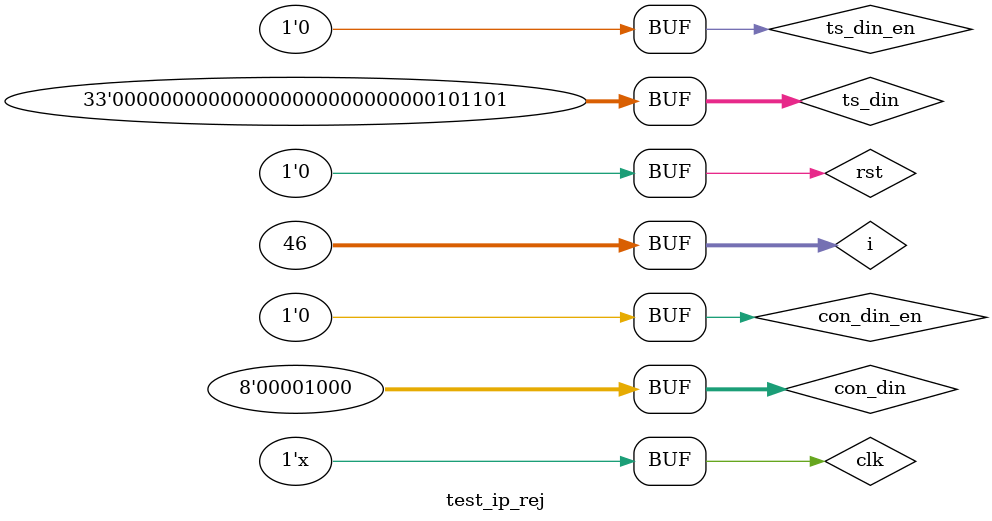
<source format=v>
`timescale 1ns / 1ps


module test_ip_rej;

	// Inputs
	reg clk;
	reg rst;
	reg [32:0] ts_din;
	reg ts_din_en;
	reg [7:0] con_din;
	reg con_din_en;

	// Outputs
	wire [32:0] ts_dout;
	wire ts_dout_en;

	// Instantiate the Unit Under Test (UUT)
	mux_ip_rej uut (
		.clk(clk), 
		.rst(rst), 
		.ts_din(ts_din), 
		.ts_din_en(ts_din_en), 
		.con_din(con_din), 
		.con_din_en(con_din_en), 
		.ts_dout(ts_dout), 
		.ts_dout_en(ts_dout_en)
	);
integer i;
	initial begin
		// Initialize Inputs
		clk = 0;
		rst = 0;
		ts_din = 0;
		ts_din_en = 0;
		con_din = 0;
		con_din_en = 0;

		#3 rst=1;
		#4 rst=0;
		
		#20 con_din_en=1;
		con_din	=0;
		#10  con_din=01;
		#10  con_din=0;
		#10  con_din=01;

		#10  con_din=0;
		#10  con_din=01;
		
		#10  con_din=0;	
		#10  con_din=0;
		#10  con_din=0;
		#10  con_din=0;
		#10  con_din=8'hc0;
		#10  con_din=8'h12;
		#10  con_din=8'h08;
		#10  con_din=8'h08;
		#10  con_din=8'h4e;
		#10  con_din=8'h20;
		#10  con_din=8'h00;
		#10  con_din=8'h00;
		#10  con_din=8'h00;
		#10  con_din=8'h00;
		#10  con_din=8'h08;
		#10 con_din_en=0;
		
		
		
		// Wait 100 ns for global reset to finish
		#100;
        
       #10 ts_din_en=1;
       ts_din=33'h100000000;
       #10 ts_din=33'h0c0120808;
       #10 ts_din=33'h000004e20;
       #10 ts_din=33'h047403000;
       for(i=0;i<46;i=i+1)
       #10 ts_din=i;
       #10 ts_din_en=0;
       
       	#100;
        
       #10 ts_din_en=1;
       ts_din=33'h100000000;
       #10 ts_din=33'h0c0120808;
       #10 ts_din=33'h000004e20;
       #10 ts_din=33'h047403001;
       for(i=0;i<46;i=i+1)
       #10 ts_din=i;
       #10 ts_din_en=0;
		// Add stimulus here

	end
      
      
      always # 5 clk=~clk;
endmodule


</source>
